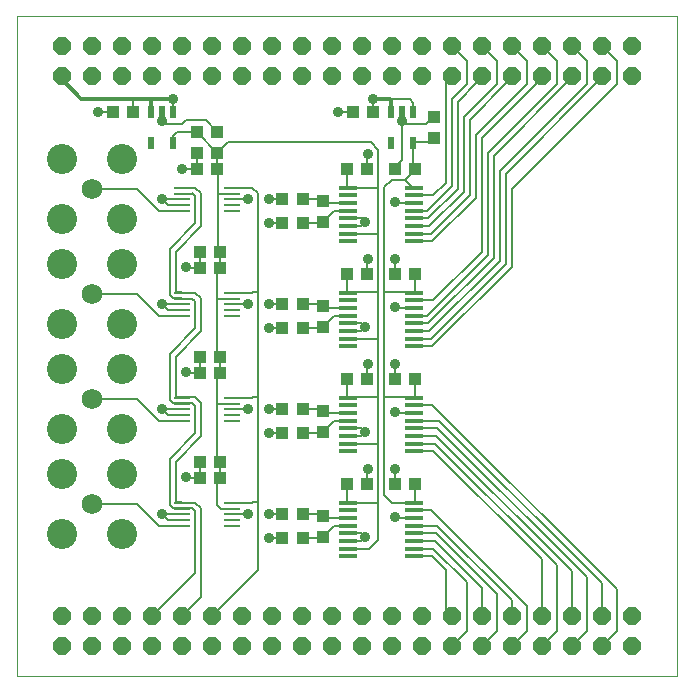
<source format=gtl>
G75*
G70*
%OFA0B0*%
%FSLAX24Y24*%
%IPPOS*%
%LPD*%
%AMOC8*
5,1,8,0,0,1.08239X$1,22.5*
%
%ADD10C,0.0000*%
%ADD11R,0.0551X0.0110*%
%ADD12C,0.1005*%
%ADD13C,0.0690*%
%ADD14R,0.0394X0.0433*%
%ADD15OC8,0.0600*%
%ADD16R,0.0413X0.0425*%
%ADD17R,0.0630X0.0138*%
%ADD18R,0.0425X0.0413*%
%ADD19R,0.0217X0.0394*%
%ADD20C,0.0080*%
%ADD21C,0.0357*%
%ADD22C,0.0120*%
D10*
X000590Y000290D02*
X000590Y022290D01*
X022590Y022290D01*
X022590Y000290D01*
X000590Y000290D01*
D11*
X006097Y005296D03*
X006097Y005493D03*
X006097Y005690D03*
X006097Y005887D03*
X006097Y006084D03*
X007783Y006084D03*
X007783Y005887D03*
X007783Y005690D03*
X007783Y005493D03*
X007783Y005296D03*
X007783Y008796D03*
X007783Y008993D03*
X007783Y009190D03*
X007783Y009387D03*
X007783Y009584D03*
X006097Y009584D03*
X006097Y009387D03*
X006097Y009190D03*
X006097Y008993D03*
X006097Y008796D03*
X006097Y012296D03*
X006097Y012493D03*
X006097Y012690D03*
X006097Y012887D03*
X006097Y013084D03*
X007783Y013084D03*
X007783Y012887D03*
X007783Y012690D03*
X007783Y012493D03*
X007783Y012296D03*
X007783Y015796D03*
X007783Y015993D03*
X007783Y016190D03*
X007783Y016387D03*
X007783Y016584D03*
X006097Y016584D03*
X006097Y016387D03*
X006097Y016190D03*
X006097Y015993D03*
X006097Y015796D03*
D12*
X004090Y015540D03*
X004090Y014040D03*
X002090Y014040D03*
X002090Y015540D03*
X002090Y017540D03*
X004090Y017540D03*
X004090Y012040D03*
X004090Y010540D03*
X002090Y010540D03*
X002090Y012040D03*
X002090Y008540D03*
X002090Y007040D03*
X004090Y007040D03*
X004090Y008540D03*
X004090Y005040D03*
X002090Y005040D03*
D13*
X003090Y006040D03*
X003090Y009540D03*
X003090Y013040D03*
X003090Y016540D03*
D14*
X009455Y016190D03*
X010125Y016190D03*
X010125Y015390D03*
X009455Y015390D03*
X009455Y012690D03*
X010125Y012690D03*
X010125Y011890D03*
X009455Y011890D03*
X009455Y009190D03*
X010125Y009190D03*
X010125Y008390D03*
X009455Y008390D03*
X009455Y005690D03*
X010125Y005690D03*
X010125Y004890D03*
X009455Y004890D03*
D15*
X009090Y002290D03*
X008090Y002290D03*
X007090Y002290D03*
X007090Y001290D03*
X008090Y001290D03*
X009090Y001290D03*
X010090Y001290D03*
X011090Y001290D03*
X012090Y001290D03*
X012090Y002290D03*
X011090Y002290D03*
X010090Y002290D03*
X013090Y002290D03*
X014090Y002290D03*
X014090Y001290D03*
X013090Y001290D03*
X015090Y001290D03*
X016090Y001290D03*
X017090Y001290D03*
X017090Y002290D03*
X016090Y002290D03*
X015090Y002290D03*
X018090Y002290D03*
X019090Y002290D03*
X020090Y002290D03*
X020090Y001290D03*
X019090Y001290D03*
X018090Y001290D03*
X021090Y001290D03*
X021090Y002290D03*
X006090Y002290D03*
X005090Y002290D03*
X005090Y001290D03*
X006090Y001290D03*
X004090Y001290D03*
X003090Y001290D03*
X002090Y001290D03*
X002090Y002290D03*
X003090Y002290D03*
X004090Y002290D03*
X004090Y020290D03*
X004090Y021290D03*
X003090Y021290D03*
X003090Y020290D03*
X002090Y020290D03*
X002090Y021290D03*
X005090Y021290D03*
X005090Y020290D03*
X006090Y020290D03*
X006090Y021290D03*
X007090Y021290D03*
X007090Y020290D03*
X008090Y020290D03*
X008090Y021290D03*
X009090Y021290D03*
X009090Y020290D03*
X010090Y020290D03*
X010090Y021290D03*
X011090Y021290D03*
X011090Y020290D03*
X012090Y020290D03*
X012090Y021290D03*
X013090Y021290D03*
X013090Y020290D03*
X014090Y020290D03*
X014090Y021290D03*
X015090Y021290D03*
X015090Y020290D03*
X016090Y020290D03*
X016090Y021290D03*
X017090Y021290D03*
X017090Y020290D03*
X018090Y020290D03*
X018090Y021290D03*
X019090Y021290D03*
X019090Y020290D03*
X020090Y020290D03*
X020090Y021290D03*
X021090Y021290D03*
X021090Y020290D03*
D16*
X013884Y017190D03*
X013196Y017190D03*
X012284Y017190D03*
X011596Y017190D03*
X011796Y019090D03*
X012484Y019090D03*
X007384Y014440D03*
X007384Y013890D03*
X006696Y013890D03*
X006696Y014440D03*
X006596Y017190D03*
X006596Y017740D03*
X007284Y017740D03*
X007284Y017190D03*
X007284Y018440D03*
X006596Y018440D03*
X004484Y019090D03*
X003796Y019090D03*
X011596Y013690D03*
X012284Y013690D03*
X013196Y013690D03*
X013884Y013690D03*
X013884Y010190D03*
X013196Y010190D03*
X012284Y010190D03*
X011596Y010190D03*
X011596Y006690D03*
X012284Y006690D03*
X013196Y006690D03*
X013884Y006690D03*
X007384Y006890D03*
X007384Y007440D03*
X006696Y007440D03*
X006696Y006890D03*
X006696Y010390D03*
X006696Y010940D03*
X007384Y010940D03*
X007384Y010390D03*
D17*
X011638Y009586D03*
X011638Y009330D03*
X011638Y009074D03*
X011638Y008818D03*
X011638Y008562D03*
X011638Y008306D03*
X011638Y008050D03*
X011638Y007794D03*
X011638Y006086D03*
X011638Y005830D03*
X011638Y005574D03*
X011638Y005318D03*
X011638Y005062D03*
X011638Y004806D03*
X011638Y004550D03*
X011638Y004294D03*
X013842Y004294D03*
X013842Y004550D03*
X013842Y004806D03*
X013842Y005062D03*
X013842Y005318D03*
X013842Y005574D03*
X013842Y005830D03*
X013842Y006086D03*
X013842Y007794D03*
X013842Y008050D03*
X013842Y008306D03*
X013842Y008562D03*
X013842Y008818D03*
X013842Y009074D03*
X013842Y009330D03*
X013842Y009586D03*
X013842Y011294D03*
X013842Y011550D03*
X013842Y011806D03*
X013842Y012062D03*
X013842Y012318D03*
X013842Y012574D03*
X013842Y012830D03*
X013842Y013086D03*
X013842Y014794D03*
X013842Y015050D03*
X013842Y015306D03*
X013842Y015562D03*
X013842Y015818D03*
X013842Y016074D03*
X013842Y016330D03*
X013842Y016586D03*
X011638Y016586D03*
X011638Y016330D03*
X011638Y016074D03*
X011638Y015818D03*
X011638Y015562D03*
X011638Y015306D03*
X011638Y015050D03*
X011638Y014794D03*
X011638Y013086D03*
X011638Y012830D03*
X011638Y012574D03*
X011638Y012318D03*
X011638Y012062D03*
X011638Y011806D03*
X011638Y011550D03*
X011638Y011294D03*
D18*
X010790Y011946D03*
X010790Y012634D03*
X010790Y015446D03*
X010790Y016134D03*
X014490Y018246D03*
X014490Y018934D03*
X010790Y009134D03*
X010790Y008446D03*
X010790Y005634D03*
X010790Y004946D03*
D19*
X013066Y018059D03*
X013814Y018059D03*
X013814Y019121D03*
X013440Y019121D03*
X013066Y019121D03*
X005814Y019121D03*
X005440Y019121D03*
X005066Y019121D03*
X005066Y018059D03*
X005814Y018059D03*
D20*
X005814Y018314D01*
X005940Y018440D01*
X006596Y018440D01*
X006596Y018429D01*
X007284Y017740D01*
X007634Y018090D01*
X012390Y018090D01*
X012640Y017840D01*
X012640Y016590D01*
X012636Y016586D01*
X011638Y016586D01*
X011596Y016628D01*
X011596Y017190D01*
X011646Y016594D02*
X011638Y016586D01*
X011638Y016074D02*
X010851Y016074D01*
X010790Y016134D01*
X010734Y016190D01*
X010125Y016190D01*
X009455Y016190D02*
X008990Y016190D01*
X008640Y016390D02*
X008640Y013090D01*
X008284Y013084D01*
X007783Y013084D01*
X007783Y012887D02*
X007288Y012887D01*
X007284Y012890D01*
X007284Y013790D01*
X007384Y013890D01*
X007384Y014440D01*
X007290Y014534D01*
X007290Y016390D01*
X007293Y016387D01*
X007783Y016387D01*
X007783Y016584D02*
X008446Y016584D01*
X008640Y016390D01*
X008290Y016190D02*
X007783Y016190D01*
X007290Y016390D02*
X007290Y017190D01*
X007284Y017190D01*
X007284Y017740D01*
X006596Y017740D02*
X006596Y017190D01*
X006090Y017190D01*
X006097Y016584D02*
X006546Y016584D01*
X006740Y016390D01*
X006740Y015290D01*
X005890Y014440D01*
X005890Y013090D01*
X006091Y013090D01*
X006097Y013084D01*
X006546Y013084D01*
X006740Y012890D01*
X006740Y011790D01*
X005890Y010940D01*
X005890Y009590D01*
X006091Y009590D01*
X006540Y009590D01*
X006740Y009390D01*
X006740Y008290D01*
X005890Y007440D01*
X005890Y006090D01*
X006091Y006090D01*
X006097Y006084D01*
X006546Y006084D01*
X006740Y005890D01*
X006740Y002940D01*
X006090Y002290D01*
X005090Y002290D02*
X006540Y003740D01*
X006540Y005790D01*
X006440Y005890D01*
X006094Y005890D01*
X006097Y005887D01*
X006094Y005890D02*
X005790Y005890D01*
X005690Y005990D01*
X005690Y007540D01*
X006540Y008390D01*
X006540Y009290D01*
X006440Y009390D01*
X006094Y009390D01*
X006097Y009387D01*
X006094Y009390D02*
X005790Y009390D01*
X005690Y009490D01*
X005690Y011040D01*
X006540Y011890D01*
X006540Y012790D01*
X006443Y012887D01*
X006097Y012887D01*
X006094Y012890D01*
X005790Y012890D01*
X005690Y012990D01*
X005690Y014540D01*
X006540Y015390D01*
X006540Y016290D01*
X006440Y016390D01*
X006437Y016387D01*
X006097Y016387D01*
X006097Y016190D02*
X005440Y016190D01*
X005637Y015993D01*
X006097Y015993D01*
X006097Y015796D02*
X005334Y015796D01*
X004590Y016540D01*
X003090Y016540D01*
X005440Y018790D02*
X005540Y018690D01*
X006090Y018690D01*
X006240Y018840D01*
X006890Y018840D01*
X007284Y018446D01*
X007284Y018440D01*
X005814Y019121D02*
X005814Y019516D01*
X005790Y019540D01*
X005440Y019121D02*
X005440Y018790D01*
X005066Y019121D02*
X005053Y019134D01*
X004484Y019090D02*
X004484Y019496D01*
X004440Y019540D01*
X003796Y019090D02*
X003290Y019090D01*
X006696Y014440D02*
X006696Y013890D01*
X006290Y013890D01*
X006240Y013940D01*
X007284Y012890D02*
X007284Y011040D01*
X007384Y010940D01*
X007384Y010390D01*
X007284Y010290D01*
X007284Y009390D01*
X007284Y007540D01*
X007384Y007440D01*
X007384Y006890D01*
X007284Y006790D01*
X007284Y005996D01*
X007393Y005887D01*
X007783Y005887D01*
X007783Y006084D02*
X008284Y006084D01*
X008640Y006090D01*
X008640Y003840D01*
X007090Y002290D01*
X008990Y004890D02*
X009455Y004890D01*
X010125Y004890D02*
X010734Y004890D01*
X010790Y004946D01*
X011162Y005318D01*
X011638Y005318D01*
X011638Y005574D02*
X010851Y005574D01*
X010790Y005634D01*
X010734Y005690D01*
X010125Y005690D01*
X009455Y005690D02*
X008990Y005690D01*
X008640Y006090D02*
X008640Y009590D01*
X008284Y009584D01*
X007783Y009584D01*
X007783Y009387D02*
X007288Y009387D01*
X007284Y009390D01*
X007783Y009190D02*
X008290Y009190D01*
X008640Y009590D02*
X008640Y013090D01*
X008290Y012690D02*
X007783Y012690D01*
X008990Y012690D02*
X009455Y012690D01*
X010125Y012690D02*
X010734Y012690D01*
X010790Y012634D01*
X010851Y012574D01*
X011638Y012574D01*
X011638Y012318D02*
X011162Y012318D01*
X010790Y011946D01*
X010734Y011890D01*
X010125Y011890D01*
X009455Y011890D02*
X008990Y011890D01*
X006696Y010940D02*
X006696Y010390D01*
X006290Y010390D01*
X006240Y010440D01*
X006091Y009590D02*
X006097Y009584D01*
X006097Y009190D02*
X005440Y009190D01*
X005637Y008993D01*
X006097Y008993D01*
X006097Y008796D02*
X005334Y008796D01*
X004590Y009540D01*
X003090Y009540D01*
X005334Y012296D02*
X006097Y012296D01*
X006097Y012493D02*
X005637Y012493D01*
X005440Y012690D01*
X006097Y012690D01*
X005334Y012296D02*
X004590Y013040D01*
X003090Y013040D01*
X007384Y014440D02*
X007390Y014446D01*
X008990Y015390D02*
X009455Y015390D01*
X010125Y015390D02*
X010734Y015390D01*
X010790Y015446D01*
X011162Y015818D01*
X011638Y015818D01*
X011638Y015562D02*
X012090Y015562D01*
X012204Y015447D01*
X012063Y015306D01*
X011638Y015306D01*
X011638Y015050D02*
X012630Y015050D01*
X012640Y015040D01*
X012640Y016590D01*
X012840Y016590D02*
X012840Y013090D01*
X012844Y013094D01*
X013834Y013094D01*
X013842Y013086D01*
X013884Y013128D01*
X013884Y013690D01*
X013196Y013690D02*
X013196Y014184D01*
X013190Y014190D01*
X013842Y014794D02*
X014444Y014794D01*
X015890Y016240D01*
X015890Y018340D01*
X017590Y020040D01*
X017590Y020790D01*
X017090Y021290D01*
X016590Y020790D02*
X016090Y021290D01*
X015590Y020790D02*
X015090Y021290D01*
X015590Y020790D02*
X015590Y020040D01*
X015090Y019540D01*
X015090Y016640D01*
X014268Y015818D01*
X013842Y015818D01*
X013842Y016074D02*
X013206Y016074D01*
X013190Y016090D01*
X012840Y016590D02*
X013090Y016840D01*
X013540Y016840D01*
X013786Y016594D01*
X013834Y016594D01*
X013842Y016586D01*
X013842Y016330D02*
X014480Y016330D01*
X014890Y016740D01*
X014890Y020090D01*
X015090Y020290D01*
X015940Y020140D02*
X016090Y020290D01*
X015940Y020140D02*
X015940Y020090D01*
X015290Y019440D01*
X015290Y016540D01*
X014312Y015562D01*
X013842Y015562D01*
X013842Y015306D02*
X014356Y015306D01*
X015490Y016440D01*
X015490Y018940D01*
X016590Y020040D01*
X016590Y020790D01*
X017090Y020290D02*
X016940Y020140D01*
X016940Y020090D01*
X015690Y018840D01*
X015690Y016340D01*
X014400Y015050D01*
X013842Y015050D01*
X012640Y015040D02*
X012640Y013090D01*
X012636Y013094D01*
X011646Y013094D01*
X011638Y013086D01*
X011596Y013128D01*
X011596Y013690D01*
X012284Y013690D02*
X012284Y014184D01*
X012290Y014190D01*
X012640Y013090D02*
X012640Y011540D01*
X012630Y011550D01*
X011638Y011550D01*
X011638Y011806D02*
X012067Y011806D01*
X012204Y011944D01*
X012086Y012062D01*
X011638Y012062D01*
X012640Y011540D02*
X012640Y009590D01*
X012636Y009594D01*
X011646Y009594D01*
X011638Y009586D01*
X011596Y009628D01*
X011596Y010190D01*
X012284Y010190D02*
X012284Y010684D01*
X012290Y010690D01*
X013190Y010690D02*
X013196Y010684D01*
X013196Y010190D01*
X013884Y010190D02*
X013884Y009628D01*
X013842Y009586D01*
X013834Y009594D01*
X012844Y009594D01*
X012840Y009590D01*
X012840Y006340D01*
X013094Y006086D01*
X013842Y006086D01*
X013884Y006128D01*
X013884Y006690D01*
X013834Y006094D02*
X013842Y006086D01*
X013842Y005830D02*
X014400Y005830D01*
X017590Y002640D01*
X017590Y001790D01*
X017090Y001290D01*
X016590Y001790D02*
X016090Y001290D01*
X015590Y001790D02*
X015090Y001290D01*
X015590Y001790D02*
X015590Y003440D01*
X014480Y004550D01*
X013842Y004550D01*
X013842Y004294D02*
X014436Y004294D01*
X014890Y003840D01*
X014890Y002490D01*
X015090Y002290D01*
X016090Y002290D02*
X016090Y003240D01*
X014524Y004806D01*
X013842Y004806D01*
X013842Y005062D02*
X014568Y005062D01*
X016590Y003040D01*
X016590Y001790D01*
X017090Y002290D02*
X017090Y002840D01*
X014612Y005318D01*
X013842Y005318D01*
X013842Y005574D02*
X013206Y005574D01*
X013190Y005590D01*
X012640Y006090D02*
X012640Y004840D01*
X012350Y004550D01*
X011638Y004550D01*
X011638Y004806D02*
X012075Y004806D01*
X012204Y004936D01*
X012078Y005062D01*
X011638Y005062D01*
X011638Y006086D02*
X011596Y006128D01*
X011596Y006690D01*
X011638Y006086D02*
X012636Y006086D01*
X012640Y006090D01*
X012640Y008040D01*
X012630Y008050D01*
X011638Y008050D01*
X011638Y008306D02*
X012071Y008306D01*
X012204Y008440D01*
X012082Y008562D01*
X011638Y008562D01*
X011638Y008818D02*
X011162Y008818D01*
X010790Y008446D01*
X010734Y008390D01*
X010125Y008390D01*
X009455Y008390D02*
X008990Y008390D01*
X008990Y009190D02*
X009455Y009190D01*
X010125Y009190D02*
X010734Y009190D01*
X010790Y009134D01*
X010851Y009074D01*
X011638Y009074D01*
X012640Y009590D02*
X012640Y008040D01*
X012290Y007190D02*
X012284Y007184D01*
X012284Y006690D01*
X013196Y006690D02*
X013196Y007184D01*
X013190Y007190D01*
X013842Y007794D02*
X014486Y007794D01*
X018090Y004190D01*
X018090Y002290D01*
X018590Y001790D02*
X018090Y001290D01*
X018590Y001790D02*
X018590Y003990D01*
X014530Y008050D01*
X013842Y008050D01*
X013842Y008306D02*
X014574Y008306D01*
X019090Y003790D01*
X019090Y002290D01*
X019590Y001790D02*
X019090Y001290D01*
X019590Y001790D02*
X019590Y003590D01*
X014618Y008562D01*
X013842Y008562D01*
X013842Y008818D02*
X014662Y008818D01*
X020090Y003390D01*
X020090Y002290D01*
X020590Y001790D02*
X020090Y001290D01*
X020590Y001790D02*
X020590Y003190D01*
X014450Y009330D01*
X013842Y009330D01*
X013842Y009074D02*
X013206Y009074D01*
X013190Y009090D01*
X012840Y009590D02*
X012840Y013090D01*
X013190Y012590D02*
X013206Y012574D01*
X013842Y012574D01*
X013842Y012830D02*
X014480Y012830D01*
X016090Y014440D01*
X016090Y018240D01*
X017890Y020040D01*
X017890Y020090D01*
X018090Y020290D01*
X018590Y020040D02*
X018590Y020790D01*
X018090Y021290D01*
X019090Y021290D02*
X019590Y020790D01*
X019590Y020040D01*
X016690Y017140D01*
X016690Y014140D01*
X014356Y011806D01*
X013842Y011806D01*
X013842Y011550D02*
X014400Y011550D01*
X016890Y014040D01*
X016890Y017040D01*
X019940Y020090D01*
X019940Y020140D01*
X020090Y020290D01*
X020590Y020040D02*
X020590Y020790D01*
X020090Y021290D01*
X019090Y020290D02*
X018940Y020140D01*
X018940Y020090D01*
X016490Y017640D01*
X016490Y014240D01*
X014312Y012062D01*
X013842Y012062D01*
X013842Y012318D02*
X014268Y012318D01*
X016290Y014340D01*
X016290Y017740D01*
X018590Y020040D01*
X020590Y020040D02*
X017090Y016540D01*
X017090Y013940D01*
X014444Y011294D01*
X013842Y011294D01*
X013540Y016840D02*
X013884Y017184D01*
X013884Y017190D01*
X013814Y017260D01*
X013814Y018059D01*
X013846Y018090D01*
X014340Y018090D01*
X014490Y018240D01*
X014490Y018246D01*
X014240Y018690D02*
X013540Y018690D01*
X013440Y018790D01*
X013440Y017490D01*
X013196Y017246D01*
X013196Y017190D01*
X012284Y017190D02*
X012284Y017684D01*
X012290Y017690D01*
X013440Y018790D02*
X013440Y019121D01*
X013814Y019121D02*
X013814Y019416D01*
X013690Y019540D01*
X013040Y019540D01*
X012490Y019540D02*
X012484Y019534D01*
X012484Y019090D01*
X011796Y019090D02*
X011290Y019090D01*
X014240Y018690D02*
X014484Y018934D01*
X014490Y018934D01*
X006696Y007440D02*
X006696Y006890D01*
X006290Y006890D01*
X006240Y006940D01*
X006097Y005690D02*
X005440Y005690D01*
X005637Y005493D01*
X006097Y005493D01*
X006097Y005296D02*
X005334Y005296D01*
X004590Y006040D01*
X003090Y006040D01*
X007783Y005690D02*
X008290Y005690D01*
D21*
X008290Y005690D03*
X008990Y005690D03*
X008990Y004890D03*
X006240Y006940D03*
X005440Y005690D03*
X005440Y009190D03*
X006240Y010440D03*
X008290Y009190D03*
X008990Y009190D03*
X008990Y008390D03*
X012204Y008440D03*
X013190Y009090D03*
X013190Y010690D03*
X012290Y010690D03*
X012204Y011944D03*
X013190Y012590D03*
X013190Y014190D03*
X012290Y014190D03*
X012204Y015447D03*
X013190Y016090D03*
X012290Y017690D03*
X013440Y018790D03*
X012484Y019534D03*
X011290Y019090D03*
X008990Y016190D03*
X008290Y016190D03*
X008990Y015390D03*
X008990Y012690D03*
X008290Y012690D03*
X008990Y011890D03*
X006240Y013940D03*
X005440Y012690D03*
X005440Y016190D03*
X006090Y017190D03*
X005440Y018790D03*
X005790Y019540D03*
X003290Y019090D03*
X012290Y007190D03*
X013190Y007190D03*
X013190Y005590D03*
X012204Y004936D03*
D22*
X013066Y019121D02*
X013066Y019466D01*
X013040Y019540D01*
X012490Y019540D01*
X005790Y019540D02*
X005040Y019540D01*
X005066Y019516D01*
X005066Y019121D01*
X005040Y019540D02*
X004440Y019540D01*
X002740Y019540D01*
X002090Y020190D01*
X002090Y020290D01*
M02*

</source>
